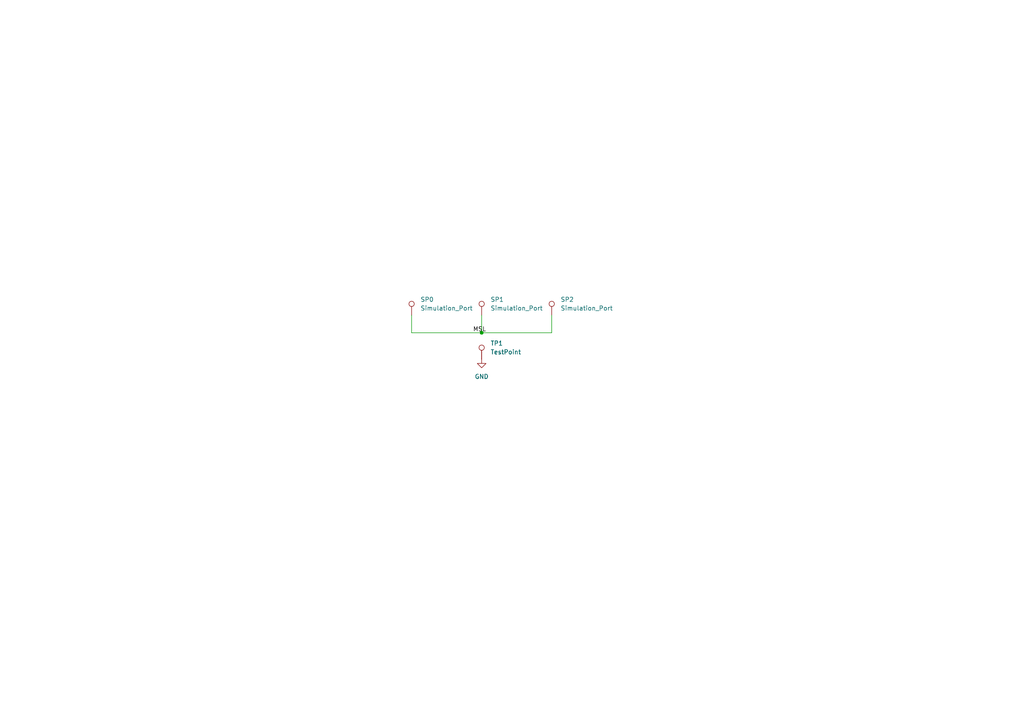
<source format=kicad_sch>
(kicad_sch (version 20231120) (generator "eeschema") (generator_version "8.0")
  (paper "A4")
  (lib_symbols
    (symbol "Connector:TestPoint" (pin_numbers hide) (pin_names (offset 0.762) hide)
      (property "Reference" "TP" (at 0 6.858 0))
      (property "Value" "TestPoint" (at 0 5.08 0))
      (symbol "TestPoint_0_1"
        (circle (center 0 3.302) (radius 0.762))
      )
      (symbol "TestPoint_1_1"
        (pin passive line (at 0 0 90) (length 2.54) (name "1") (number "1"))
      )
    )
    (symbol "antmicropower:GND" (power) (pin_numbers hide) (pin_names hide)
      (property "Value" "GND" (at 8.89 -5.08 0))
      (symbol "GND_1_1"
        (polyline (pts (xy 0 0) (xy 0 -1.27) (xy 1.27 -1.27) (xy 0 -2.54) (xy -1.27 -1.27) (xy 0 -1.27)))
        (pin power_in line (at 0 0 270) (length 0) (name "GND") (number "1"))
      )
    )
  )
  (junction (at 139.7 96.52))
  (wire (pts (xy 139.7 91.44) (xy 139.7 96.52)))
  (wire (pts (xy 119.38 96.52) (xy 139.7 96.52)))
  (wire (pts (xy 139.7 96.52) (xy 160.02 96.52)))
  (wire (pts (xy 160.02 91.44) (xy 160.02 96.52)))
  (wire (pts (xy 119.38 91.44) (xy 119.38 96.52)))
  (label "MSL" (at 137.16 96.52 0))
  (symbol (lib_id "Connector:TestPoint") (at 139.7 104.14 0) (unit 1)
    (property "Reference" "TP1" (at 142.24 99.5679 0) (effects (justify left)))
    (property "Value" "TestPoint" (at 142.24 102.1079 0) (effects (justify left)))
    (property "Footprint" "simulation_port:pad_0.1mm" (effects (hide yes)))
    (property "Description" "test point" (effects (hide yes)))
  )
  (symbol (lib_id "Connector:TestPoint") (at 160.02 91.44 0) (unit 1)
    (property "Reference" "SP2" (at 162.56 86.8679 0) (effects (justify left)))
    (property "Value" "Simulation_Port" (at 162.56 89.4079 0) (effects (justify left)))
    (property "Footprint" "simulation_port:pad_0.4mm" (effects (hide yes)))
    (property "Description" "test point" (effects (hide yes)))
  )
  (symbol (lib_id "Connector:TestPoint") (at 119.38 91.44 0) (unit 1)
    (property "Reference" "SP0" (at 121.92 86.8679 0) (effects (justify left)))
    (property "Value" "Simulation_Port" (at 121.92 89.4079 0) (effects (justify left)))
    (property "Footprint" "simulation_port:pad_0.4mm" (effects (hide yes)))
    (property "Description" "test point" (effects (hide yes)))
  )
  (symbol (lib_id "antmicropower:GND") (at 139.7 104.14 0) (unit 1)
    (property "Reference" "#PWR01" (effects (hide yes)))
    (property "Value" "GND" (at 139.7 109.22 0))
    (property "Author" "Antmicro" (effects (hide yes)))
    (property "License" "Apache-2.0" (effects (hide yes)))
  )
  (symbol (lib_id "Connector:TestPoint") (at 139.7 91.44 0) (unit 1)
    (property "Reference" "SP1" (at 142.24 86.8679 0) (effects (justify left)))
    (property "Value" "Simulation_Port" (at 142.24 89.4079 0) (effects (justify left)))
    (property "Footprint" "simulation_port:pad_0.4mm" (effects (hide yes)))
    (property "Description" "test point" (effects (hide yes)))
  )
)
</source>
